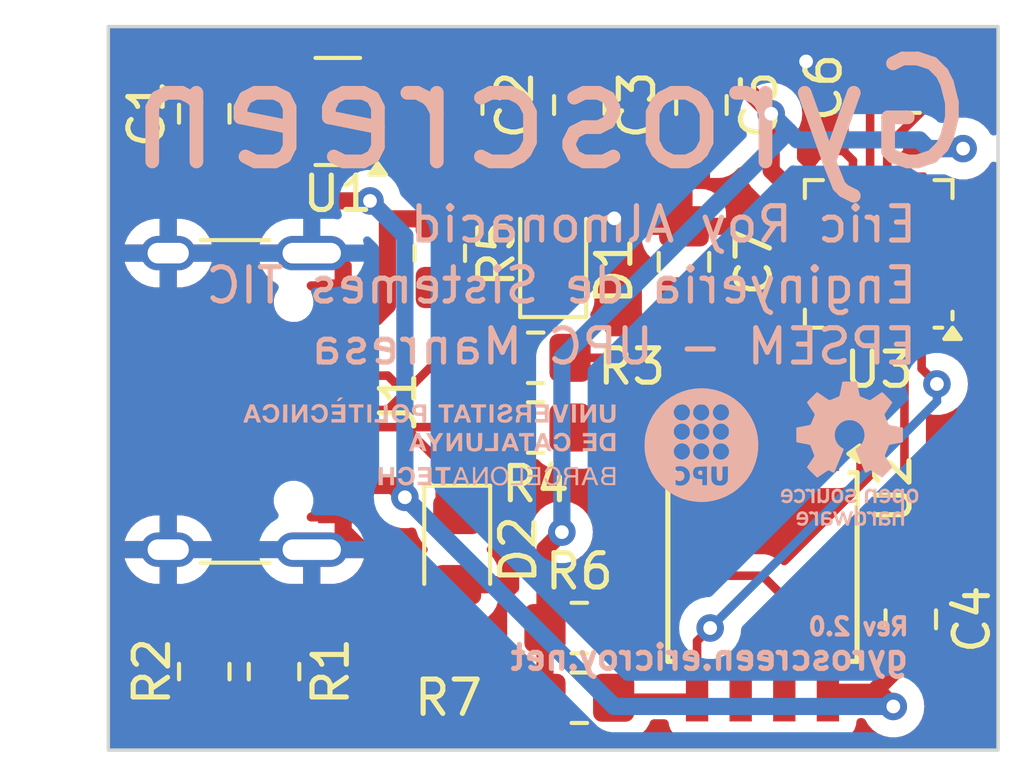
<source format=kicad_pcb>
(kicad_pcb (version 20240108) (generator "pcbnew") (generator_version "8.0")
  (title_block (title "Gyroscreen") (date "2024-03-17") (rev "2.0") (company "Eric Roy Almonacid") (comment 1 "EPSEM - UPC Manresa") (comment 2 "Enginyeria de Sistemes TIC") (comment 3 "Treball de Final de Grau"))
  (layers (0 "F.Cu" signal) (31 "B.Cu" signal) (34 "B.Paste" user) (35 "F.Paste" user) (36 "B.SilkS" user "B.Silkscreen") (37 "F.SilkS" user "F.Silkscreen") (38 "B.Mask" user) (39 "F.Mask" user) (44 "Edge.Cuts" user))
  (net 0 "")
  (net 1 "GND")
  (net 2 "VCC")
  (net 3 "+3V3")
  (net 4 "Net-(U3-REGOUT)")
  (net 5 "Net-(U3-CPOUT)")
  (net 6 "/USB_D_MINUS")
  (net 7 "/USB_D_PLUS")
  (net 8 "Net-(J1-CC2)")
  (net 10 "Net-(J1-CC1)")
  (net 12 "Net-(U2-XTAL1{slash}PB3)")
  (net 13 "Net-(U2-XTAL2{slash}PB4)")
  (net 14 "/MPU_SCL")
  (net 15 "/MPU_SDA")
  (footprint "Capacitor_SMD:C_0805_2012Metric_Pad1.18x1.45mm_HandSolder" (layer "F.Cu") (at 120.65 78.486 -90)
    (property "Reference" "C3" (at 0 -1.68 90) (layer "F.SilkS"))
    (property "Value" "0.1u")
    (pad "1" smd roundrect (at -1.0375 0 270) (size 1.175 1.45) (layers "F.Cu" "F.Paste" "F.Mask") (roundrect_rratio 0.212766) (net 3 "+3V3"))
    (pad "2" smd roundrect (at 1.0375 0 270) (size 1.175 1.45) (layers "F.Cu" "F.Paste" "F.Mask") (roundrect_rratio 0.212766) (net 1 "GND"))
  )
  (footprint "Sensor_Motion:InvenSense_QFN-24_4x4mm_P0.5mm" (layer "F.Cu") (at 129.368 82.824 180)
    (property "Reference" "U3" (at 0 -3.375 180) (layer "F.SilkS"))
    (property "Value" "MPU-6050")
    (pad "1" smd roundrect (at -1.95 -1.25 180) (size 0.85 0.3) (layers "F.Cu" "F.Paste" "F.Mask") (net 1 "GND"))
    (pad "2" smd roundrect (at -1.95 -0.75 180) (size 0.85 0.3) (layers "F.Cu" "F.Paste" "F.Mask"))
    (pad "3" smd roundrect (at -1.95 -0.25 180) (size 0.85 0.3) (layers "F.Cu" "F.Paste" "F.Mask"))
    (pad "4" smd roundrect (at -1.95 0.25 180) (size 0.85 0.3) (layers "F.Cu" "F.Paste" "F.Mask"))
    (pad "5" smd roundrect (at -1.95 0.75 180) (size 0.85 0.3) (layers "F.Cu" "F.Paste" "F.Mask"))
    (pad "6" smd roundrect (at -1.95 1.25 180) (size 0.85 0.3) (layers "F.Cu" "F.Paste" "F.Mask"))
    (pad "7" smd roundrect (at -1.25 1.95 270) (size 0.85 0.3) (layers "F.Cu" "F.Paste" "F.Mask"))
    (pad "8" smd roundrect (at -0.75 1.95 270) (size 0.85 0.3) (layers "F.Cu" "F.Paste" "F.Mask") (net 3 "+3V3"))
    (pad "9" smd roundrect (at -0.25 1.95 270) (size 0.85 0.3) (layers "F.Cu" "F.Paste" "F.Mask") (net 1 "GND"))
    (pad "10" smd roundrect (at 0.25 1.95 270) (size 0.85 0.3) (layers "F.Cu" "F.Paste" "F.Mask") (net 4 "Net-(U3-REGOUT)"))
    (pad "11" smd roundrect (at 0.75 1.95 270) (size 0.85 0.3) (layers "F.Cu" "F.Paste" "F.Mask") (net 1 "GND"))
    (pad "12" smd roundrect (at 1.25 1.95 270) (size 0.85 0.3) (layers "F.Cu" "F.Paste" "F.Mask"))
    (pad "13" smd roundrect (at 1.95 1.25 180) (size 0.85 0.3) (layers "F.Cu" "F.Paste" "F.Mask") (net 3 "+3V3"))
    (pad "14" smd roundrect (at 1.95 0.75 180) (size 0.85 0.3) (layers "F.Cu" "F.Paste" "F.Mask"))
    (pad "15" smd roundrect (at 1.95 0.25 180) (size 0.85 0.3) (layers "F.Cu" "F.Paste" "F.Mask"))
    (pad "16" smd roundrect (at 1.95 -0.25 180) (size 0.85 0.3) (layers "F.Cu" "F.Paste" "F.Mask"))
    (pad "17" smd roundrect (at 1.95 -0.75 180) (size 0.85 0.3) (layers "F.Cu" "F.Paste" "F.Mask"))
    (pad "18" smd roundrect (at 1.95 -1.25 180) (size 0.85 0.3) (layers "F.Cu" "F.Paste" "F.Mask") (net 1 "GND"))
    (pad "19" smd roundrect (at 1.25 -1.95 270) (size 0.85 0.3) (layers "F.Cu" "F.Paste" "F.Mask"))
    (pad "20" smd roundrect (at 0.75 -1.95 270) (size 0.85 0.3) (layers "F.Cu" "F.Paste" "F.Mask") (net 5 "Net-(U3-CPOUT)"))
    (pad "21" smd roundrect (at 0.25 -1.95 270) (size 0.85 0.3) (layers "F.Cu" "F.Paste" "F.Mask"))
    (pad "22" smd roundrect (at -0.25 -1.95 270) (size 0.85 0.3) (layers "F.Cu" "F.Paste" "F.Mask"))
    (pad "23" smd roundrect (at -0.75 -1.95 270) (size 0.85 0.3) (layers "F.Cu" "F.Paste" "F.Mask") (net 14 "/MPU_SCL"))
    (pad "24" smd roundrect (at -1.25 -1.95 270) (size 0.85 0.3) (layers "F.Cu" "F.Paste" "F.Mask") (net 15 "/MPU_SDA"))
    (zone (net 0) (net_name "") (layer "F.Cu") (connect_pads (clearance 0)) (min_thickness 0.254)
      (keepout (tracks not_allowed) (vias not_allowed) (pads not_allowed) (copperpour not_allowed) (footprints allowed))
      (fill (thermal_gap 0.508) (thermal_bridge_width 0.508))
      (polygon (pts (xy 130.743 84.149) (xy 127.993 84.149) (xy 127.993 81.499) (xy 130.743 81.499)))
    )
  )
  (footprint "Capacitor_SMD:C_0805_2012Metric_Pad1.18x1.45mm_HandSolder" (layer "F.Cu") (at 124.206 78.486 -90)
    (property "Reference" "C5" (at 0 -1.68 90) (layer "F.SilkS"))
    (property "Value" "0.1u")
    (pad "1" smd roundrect (at -1.0375 0 270) (size 1.175 1.45) (layers "F.Cu" "F.Paste" "F.Mask") (roundrect_rratio 0.212766) (net 3 "+3V3"))
    (pad "2" smd roundrect (at 1.0375 0 270) (size 1.175 1.45) (layers "F.Cu" "F.Paste" "F.Mask") (roundrect_rratio 0.212766) (net 1 "GND"))
  )
  (footprint "Diode_SMD:D_0805_2012Metric_Pad1.15x1.40mm_HandSolder" (layer "F.Cu") (at 119.888 82.804 90)
    (property "Reference" "D1" (at -0.508 1.778 -90) (layer "F.SilkS"))
    (property "Value" "3.3 Zener")
    (pad "1" smd roundrect (at -1.025 0 90) (size 1.15 1.4) (layers "F.Cu" "F.Paste" "F.Mask") (roundrect_rratio 0.217391) (net 6 "/USB_D_MINUS"))
    (pad "2" smd roundrect (at 1.025 0 90) (size 1.15 1.4) (layers "F.Cu" "F.Paste" "F.Mask") (roundrect_rratio 0.217391) (net 1 "GND"))
  )
  (footprint "Capacitor_SMD:C_0805_2012Metric_Pad1.18x1.45mm_HandSolder" (layer "F.Cu") (at 109.728 78.74 90)
    (property "Reference" "C1" (at 0 -1.68 -90) (layer "F.SilkS"))
    (property "Value" "4.7u")
    (pad "1" smd roundrect (at -1.0375 0 90) (size 1.175 1.45) (layers "F.Cu" "F.Paste" "F.Mask") (roundrect_rratio 0.212766) (net 2 "VCC"))
    (pad "2" smd roundrect (at 1.0375 0 90) (size 1.175 1.45) (layers "F.Cu" "F.Paste" "F.Mask") (roundrect_rratio 0.212766) (net 1 "GND"))
  )
  (footprint "Resistor_SMD:R_0805_2012Metric_Pad1.20x1.40mm_HandSolder" (layer "F.Cu") (at 120.65 95.758)
    (property "Reference" "R7" (at -3.81 0 0) (layer "F.SilkS"))
    (property "Value" "4.7k")
    (pad "1" smd roundrect (at -1 0) (size 1.2 1.4) (layers "F.Cu" "F.Paste" "F.Mask") (roundrect_rratio 0.208333) (net 3 "+3V3"))
    (pad "2" smd roundrect (at 1 0) (size 1.2 1.4) (layers "F.Cu" "F.Paste" "F.Mask") (roundrect_rratio 0.208333) (net 15 "/MPU_SDA"))
  )
  (footprint "Capacitor_SMD:C_0805_2012Metric_Pad1.18x1.45mm_HandSolder" (layer "F.Cu") (at 130.302 77.978)
    (property "Reference" "C6" (at -2.54 0 90) (layer "F.SilkS"))
    (property "Value" "0.1u")
    (pad "1" smd roundrect (at -1.0375 0) (size 1.175 1.45) (layers "F.Cu" "F.Paste" "F.Mask") (roundrect_rratio 0.212766) (net 4 "Net-(U3-REGOUT)"))
    (pad "2" smd roundrect (at 1.0375 0) (size 1.175 1.45) (layers "F.Cu" "F.Paste" "F.Mask") (roundrect_rratio 0.212766) (net 1 "GND"))
  )
  (footprint "Resistor_SMD:R_0805_2012Metric_Pad1.20x1.40mm_HandSolder" (layer "F.Cu") (at 111.76 94.996 -90)
    (property "Reference" "R1" (at 0 -1.65 90) (layer "F.SilkS"))
    (property "Value" "5.1k")
    (pad "1" smd roundrect (at -1 0 270) (size 1.2 1.4) (layers "F.Cu" "F.Paste" "F.Mask") (roundrect_rratio 0.208333) (net 8 "Net-(J1-CC2)"))
    (pad "2" smd roundrect (at 1 0 270) (size 1.2 1.4) (layers "F.Cu" "F.Paste" "F.Mask") (roundrect_rratio 0.208333) (net 1 "GND"))
  )
  (footprint "Capacitor_SMD:C_0805_2012Metric_Pad1.18x1.45mm_HandSolder" (layer "F.Cu") (at 123.698 83.058 90)
    (property "Reference" "C7" (at 0 2.032 -90) (layer "F.SilkS"))
    (property "Value" "2200p")
    (pad "1" smd roundrect (at -1.0375 0 90) (size 1.175 1.45) (layers "F.Cu" "F.Paste" "F.Mask") (roundrect_rratio 0.212766) (net 5 "Net-(U3-CPOUT)"))
    (pad "2" smd roundrect (at 1.0375 0 90) (size 1.175 1.45) (layers "F.Cu" "F.Paste" "F.Mask") (roundrect_rratio 0.212766) (net 1 "GND"))
  )
  (footprint "Resistor_SMD:R_0805_2012Metric_Pad1.20x1.40mm_HandSolder" (layer "F.Cu") (at 119.38 85.852 180)
    (property "Reference" "R3" (at -2.794 -0.254 180) (layer "F.SilkS"))
    (property "Value" "68")
    (pad "1" smd roundrect (at -1 0 180) (size 1.2 1.4) (layers "F.Cu" "F.Paste" "F.Mask") (roundrect_rratio 0.208333) (net 12 "Net-(U2-XTAL1{slash}PB3)"))
    (pad "2" smd roundrect (at 1 0 180) (size 1.2 1.4) (layers "F.Cu" "F.Paste" "F.Mask") (roundrect_rratio 0.208333) (net 6 "/USB_D_MINUS"))
  )
  (footprint "Capacitor_SMD:C_0805_2012Metric_Pad1.18x1.45mm_HandSolder" (layer "F.Cu") (at 117.094 78.486 -90)
    (property "Reference" "C2" (at 0 -1.68 90) (layer "F.SilkS"))
    (property "Value" "10u")
    (pad "1" smd roundrect (at -1.0375 0 270) (size 1.175 1.45) (layers "F.Cu" "F.Paste" "F.Mask") (roundrect_rratio 0.212766) (net 3 "+3V3"))
    (pad "2" smd roundrect (at 1.0375 0 270) (size 1.175 1.45) (layers "F.Cu" "F.Paste" "F.Mask") (roundrect_rratio 0.212766) (net 1 "GND"))
  )
  (footprint "Resistor_SMD:R_0805_2012Metric_Pad1.20x1.40mm_HandSolder" (layer "F.Cu") (at 116.586 82.804 -90)
    (property "Reference" "R5" (at 0 -1.65 90) (layer "F.SilkS"))
    (property "Value" "1.5K")
    (pad "1" smd roundrect (at -1 0 270) (size 1.2 1.4) (layers "F.Cu" "F.Paste" "F.Mask") (roundrect_rratio 0.208333) (net 2 "VCC"))
    (pad "2" smd roundrect (at 1 0 270) (size 1.2 1.4) (layers "F.Cu" "F.Paste" "F.Mask") (roundrect_rratio 0.208333) (net 6 "/USB_D_MINUS"))
  )
  (footprint "Diode_SMD:D_0805_2012Metric_Pad1.15x1.40mm_HandSolder" (layer "F.Cu") (at 117.094 91.44 -90)
    (property "Reference" "D2" (at 0 -1.778 90) (layer "F.SilkS"))
    (property "Value" "3.3 Zener")
    (pad "1" smd roundrect (at -1.025 0 270) (size 1.15 1.4) (layers "F.Cu" "F.Paste" "F.Mask") (roundrect_rratio 0.217391) (net 7 "/USB_D_PLUS"))
    (pad "2" smd roundrect (at 1.025 0 270) (size 1.15 1.4) (layers "F.Cu" "F.Paste" "F.Mask") (roundrect_rratio 0.217391) (net 1 "GND"))
  )
  (footprint "Resistor_SMD:R_0805_2012Metric_Pad1.20x1.40mm_HandSolder" (layer "F.Cu") (at 109.728 94.996 -90)
    (property "Reference" "R2" (at 0 1.524 -90) (layer "F.SilkS"))
    (property "Value" "5.1k")
    (pad "1" smd roundrect (at -1 0 270) (size 1.2 1.4) (layers "F.Cu" "F.Paste" "F.Mask") (roundrect_rratio 0.208333) (net 10 "Net-(J1-CC1)"))
    (pad "2" smd roundrect (at 1 0 270) (size 1.2 1.4) (layers "F.Cu" "F.Paste" "F.Mask") (roundrect_rratio 0.208333) (net 1 "GND"))
  )
  (footprint "Connector_USB:USB_C_Receptacle_HRO_TYPE-C-31-M-12" (layer "F.Cu") (at 109.728 87.122 -90)
    (property "Reference" "J1" (at 0 -5.645 90) (layer "F.SilkS"))
    (property "Value" "USB C 2.0 Receptacle")
    (pad "" np_thru_hole circle (at -2.89 -2.6 270) (size 0.65 0.65) (drill 0.65) (layers "*.Cu" "*.Mask"))
    (pad "" np_thru_hole circle (at 2.89 -2.6 270) (size 0.65 0.65) (drill 0.65) (layers "*.Cu" "*.Mask"))
    (pad "A1" smd rect (at -3.25 -4.045 270) (size 0.6 1.45) (layers "F.Cu" "F.Paste" "F.Mask") (net 1 "GND"))
    (pad "A4" smd rect (at -2.45 -4.045 270) (size 0.6 1.45) (layers "F.Cu" "F.Paste" "F.Mask") (net 2 "VCC"))
    (pad "A5" smd rect (at -1.25 -4.045 270) (size 0.3 1.45) (layers "F.Cu" "F.Paste" "F.Mask") (net 10 "Net-(J1-CC1)"))
    (pad "A6" smd rect (at -0.25 -4.045 270) (size 0.3 1.45) (layers "F.Cu" "F.Paste" "F.Mask") (net 7 "/USB_D_PLUS"))
    (pad "A7" smd rect (at 0.25 -4.045 270) (size 0.3 1.45) (layers "F.Cu" "F.Paste" "F.Mask") (net 6 "/USB_D_MINUS"))
    (pad "A8" smd rect (at 1.25 -4.045 270) (size 0.3 1.45) (layers "F.Cu" "F.Paste" "F.Mask"))
    (pad "A9" smd rect (at 2.45 -4.045 270) (size 0.6 1.45) (layers "F.Cu" "F.Paste" "F.Mask") (net 2 "VCC"))
    (pad "A12" smd rect (at 3.25 -4.045 270) (size 0.6 1.45) (layers "F.Cu" "F.Paste" "F.Mask") (net 1 "GND"))
    (pad "B1" smd rect (at 3.25 -4.045 270) (size 0.6 1.45) (layers "F.Cu" "F.Paste" "F.Mask") (net 1 "GND"))
    (pad "B4" smd rect (at 2.45 -4.045 270) (size 0.6 1.45) (layers "F.Cu" "F.Paste" "F.Mask") (net 2 "VCC"))
    (pad "B5" smd rect (at 1.75 -4.045 270) (size 0.3 1.45) (layers "F.Cu" "F.Paste" "F.Mask") (net 8 "Net-(J1-CC2)"))
    (pad "B6" smd rect (at 0.75 -4.045 270) (size 0.3 1.45) (layers "F.Cu" "F.Paste" "F.Mask") (net 7 "/USB_D_PLUS"))
    (pad "B7" smd rect (at -0.75 -4.045 270) (size 0.3 1.45) (layers "F.Cu" "F.Paste" "F.Mask") (net 6 "/USB_D_MINUS"))
    (pad "B8" smd rect (at -1.75 -4.045 270) (size 0.3 1.45) (layers "F.Cu" "F.Paste" "F.Mask"))
    (pad "B9" smd rect (at -2.45 -4.045 270) (size 0.6 1.45) (layers "F.Cu" "F.Paste" "F.Mask") (net 2 "VCC"))
    (pad "B12" smd rect (at -3.25 -4.045 270) (size 0.6 1.45) (layers "F.Cu" "F.Paste" "F.Mask") (net 1 "GND"))
    (pad "S1" thru_hole oval (at -4.32 -3.13 270) (size 1 2.1) (drill oval 0.6 1.7) (layers "*.Cu" "*.Mask") (net 1 "GND"))
    (pad "S1" thru_hole oval (at -4.32 1.05 270) (size 1 1.6) (drill oval 0.6 1.2) (layers "*.Cu" "*.Mask") (net 1 "GND"))
    (pad "S1" thru_hole oval (at 4.32 -3.13 270) (size 1 2.1) (drill oval 0.6 1.7) (layers "*.Cu" "*.Mask") (net 1 "GND"))
    (pad "S1" thru_hole oval (at 4.32 1.05 270) (size 1 1.6) (drill oval 0.6 1.2) (layers "*.Cu" "*.Mask") (net 1 "GND"))
  )
  (footprint "Resistor_SMD:R_0805_2012Metric_Pad1.20x1.40mm_HandSolder" (layer "F.Cu") (at 120.65 93.726)
    (property "Reference" "R6" (at 0 -1.65 0) (layer "F.SilkS"))
    (property "Value" "4.7k")
    (pad "1" smd roundrect (at -1 0) (size 1.2 1.4) (layers "F.Cu" "F.Paste" "F.Mask") (roundrect_rratio 0.208333) (net 3 "+3V3"))
    (pad "2" smd roundrect (at 1 0) (size 1.2 1.4) (layers "F.Cu" "F.Paste" "F.Mask") (roundrect_rratio 0.208333) (net 14 "/MPU_SCL"))
  )
  (footprint "Capacitor_SMD:C_0805_2012Metric_Pad1.18x1.45mm_HandSolder" (layer "F.Cu") (at 130.302 93.472 90)
    (property "Reference" "C4" (at 0 1.778 -90) (layer "F.SilkS"))
    (property "Value" "10u")
    (pad "1" smd roundrect (at -1.0375 0 90) (size 1.175 1.45) (layers "F.Cu" "F.Paste" "F.Mask") (roundrect_rratio 0.212766) (net 2 "VCC"))
    (pad "2" smd roundrect (at 1.0375 0 90) (size 1.175 1.45) (layers "F.Cu" "F.Paste" "F.Mask") (roundrect_rratio 0.212766) (net 1 "GND"))
  )
  (footprint "Resistor_SMD:R_0805_2012Metric_Pad1.20x1.40mm_HandSolder" (layer "F.Cu") (at 119.38 87.884 180)
    (property "Reference" "R4" (at 0 -1.65 180) (layer "F.SilkS"))
    (property "Value" "68")
    (pad "1" smd roundrect (at -1 0 180) (size 1.2 1.4) (layers "F.Cu" "F.Paste" "F.Mask") (roundrect_rratio 0.208333) (net 13 "Net-(U2-XTAL2{slash}PB4)"))
    (pad "2" smd roundrect (at 1 0 180) (size 1.2 1.4) (layers "F.Cu" "F.Paste" "F.Mask") (roundrect_rratio 0.208333) (net 7 "/USB_D_PLUS"))
  )
  (footprint "Package_TO_SOT_SMD:SOT-23" (layer "F.Cu") (at 113.6165 78.674 180)
    (property "Reference" "U1" (at 0 -2.4 180) (layer "F.SilkS"))
    (property "Value" "MCP1703Ax-330xxTT")
    (pad "1" smd roundrect (at -0.9375 -0.95 180) (size 1.475 0.6) (layers "F.Cu" "F.Paste" "F.Mask") (net 1 "GND"))
    (pad "2" smd roundrect (at -0.9375 0.95 180) (size 1.475 0.6) (layers "F.Cu" "F.Paste" "F.Mask") (net 3 "+3V3"))
    (pad "3" smd roundrect (at 0.9375 0 180) (size 1.475 0.6) (layers "F.Cu" "F.Paste" "F.Mask") (net 2 "VCC"))
  )
  (footprint "Package_SO:SOIC-8W_5.3x5.3mm_P1.27mm" (layer "F.Cu") (at 125.984 91.948 -90)
    (property "Reference" "U2" (at -2.286 -3.81 90) (layer "F.SilkS"))
    (property "Value" "ATtiny85-20S")
    (pad "1" smd rect (at -3.65 -1.905 270) (size 1.7 0.65) (layers "F.Cu" "F.Paste" "F.Mask"))
    (pad "2" smd rect (at -3.65 -0.635 270) (size 1.7 0.65) (layers "F.Cu" "F.Paste" "F.Mask") (net 12 "Net-(U2-XTAL1{slash}PB3)"))
    (pad "3" smd rect (at -3.65 0.635 270) (size 1.7 0.65) (layers "F.Cu" "F.Paste" "F.Mask") (net 13 "Net-(U2-XTAL2{slash}PB4)"))
    (pad "4" smd rect (at -3.65 1.905 270) (size 1.7 0.65) (layers "F.Cu" "F.Paste" "F.Mask") (net 1 "GND"))
    (pad "5" smd rect (at 3.65 1.905 270) (size 1.7 0.65) (layers "F.Cu" "F.Paste" "F.Mask") (net 15 "/MPU_SDA"))
    (pad "6" smd rect (at 3.65 0.635 270) (size 1.7 0.65) (layers "F.Cu" "F.Paste" "F.Mask"))
    (pad "7" smd rect (at 3.65 -0.635 270) (size 1.7 0.65) (layers "F.Cu" "F.Paste" "F.Mask") (net 14 "/MPU_SCL"))
    (pad "8" smd rect (at 3.65 -1.905 270) (size 1.7 0.65) (layers "F.Cu" "F.Paste" "F.Mask") (net 2 "VCC"))
  )
  (footprint "LOGO" (layer "B.Cu") (at 128.524 88.646 180)
    (property "Reference" "G***" (hide yes))
    (property "Value" "LOGO" (hide yes))
  )
  (footprint "LOGO" (layer "B.Cu") (at 118.364 88.392 180)
    (property "Reference" "G***" (hide yes))
    (property "Value" "LOGO" (hide yes))
  )
  (gr_line (start 106.934 76.2) (end 132.842 76.2) (stroke (width 0.1)) (layer "Edge.Cuts"))
  (gr_line (start 106.934 97.282) (end 106.934 76.2) (stroke (width 0.1)) (layer "Edge.Cuts"))
  (gr_line (start 132.842 97.282) (end 106.934 97.282) (stroke (width 0.1)) (layer "Edge.Cuts"))
  (gr_line (start 132.842 76.2) (end 132.842 97.282) (stroke (width 0.1)) (layer "Edge.Cuts"))
  (gr_text "Eric Roy Almonacid" (at 130.556 82.55 0) (layer "B.SilkS") (effects (font (size 1 1)) (justify left bottom mirror)))
  (gr_text "EPSEM - UPC Manresa" (at 130.556 86.106 0) (layer "B.SilkS") (effects (font (size 1 1)) (justify left bottom mirror)))
  (gr_text "Rev 2.0" (at 130.302 93.98 0) (layer "B.SilkS") (effects (font (size 0.5 0.5) (thickness 0.125)) (justify left bottom mirror)))
  (gr_text "Gyroscreen" (at 132.334 80.518 0) (layer "B.SilkS") (effects (font (size 3 3) (thickness 0.4)) (justify left bottom mirror)))
  (gr_text "Enginyeria de Sistemes TIC" (at 130.556 84.328 0) (layer "B.SilkS") (effects (font (size 1 1)) (justify left bottom mirror)))
  (gr_text "gyroscreen.ericroy.net" (at 130.302 94.996 0) (layer "B.SilkS") (effects (font (size 0.7 0.7)) (justify left bottom mirror)))
  (segment (start 132.08 84.074) (end 132.334 84.328) (width 0.25) (layer "F.Cu") (net 1))
  (segment (start 129.618 79.678) (end 131.318 77.978) (width 0.25) (layer "F.Cu") (net 1))
  (segment (start 131.826 84.582) (end 132.08 84.836) (width 0.25) (layer "F.Cu") (net 1))
  (segment (start 113.773 90.913) (end 114.3 91.44) (width 0.5) (layer "F.Cu") (net 1))
  (segment (start 131.318 77.978) (end 131.3395 77.978) (width 0.25) (layer "F.Cu") (net 1))
  (segment (start 131.318 84.074) (end 132.08 84.074) (width 0.25) (layer "F.Cu") (net 1))
  (segment (start 131.318 84.074) (end 131.826 84.582) (width 0.25) (layer "F.Cu") (net 1))
  (segment (start 128.618 80.104) (end 128.27 79.756) (width 0.25) (layer "F.Cu") (net 1))
  (segment (start 113.773 90.372) (end 113.773 90.913) (width 0.5) (layer "F.Cu") (net 1))
  (segment (start 128.618 80.874) (end 128.618 80.104) (width 0.25) (layer "F.Cu") (net 1))
  (segment (start 129.618 80.874) (end 129.618 79.678) (width 0.25) (layer "F.Cu") (net 1))
  (segment (start 127.418 84.074) (end 125.984 84.074) (width 0.25) (layer "F.Cu") (net 1))
  (via (at 121.666 81.788) (size 0.8) (drill 0.4) (layers "F.Cu" "B.Cu") (net 1))
  (via (at 127.254 77.216) (size 0.8) (drill 0.4) (layers "F.Cu" "B.Cu") (net 1))
  (segment (start 111.5755 80.5875) (end 111.5755 79.7775) (width 0.5) (layer "F.Cu") (net 2))
  (segment (start 115.57 89.916) (end 115.226 89.572) (width 0.5) (layer "F.Cu") (net 2))
  (segment (start 129.2135 95.598) (end 129.38 95.598) (width 0.5) (layer "F.Cu") (net 2))
  (segment (start 115.062 84.328) (end 115.062 81.788) (width 0.5) (layer "F.Cu") (net 2))
  (segment (start 115.078 81.804) (end 115.062 81.788) (width 0.25) (layer "F.Cu") (net 2))
  (segment (start 114.718 84.672) (end 115.062 84.328) (width 0.5) (layer "F.Cu") (net 2))
  (segment (start 129.2135 95.598) (end 130.302 94.5095) (width 0.5) (layer "F.Cu") (net 2))
  (segment (start 109.728 79.7775) (end 111.5755 79.7775) (width 0.5) (layer "F.Cu") (net 2))
  (segment (start 113.773 84.672) (end 114.718 84.672) (width 0.5) (layer "F.Cu") (net 2))
  (segment (start 127.889 95.598) (end 129.2135 95.598) (width 0.5) (layer "F.Cu") (net 2))
  (segment (start 115.062 81.788) (end 114.554 81.28) (width 0.5) (layer "F.Cu") (net 2))
  (segment (start 129.38 95.598) (end 129.794 96.012) (width 0.5) (layer "F.Cu") (net 2))
  (segment (start 116.586 81.804) (end 115.078 81.804) (width 0.5) (layer "F.Cu") (net 2))
  (segment (start 112.268 81.28) (end 111.5755 80.5875) (width 0.5) (layer "F.Cu") (net 2))
  (segment (start 115.226 89.572) (end 113.773 89.572) (width 0.5) (layer "F.Cu") (net 2))
  (segment (start 111.5755 79.7775) (end 112.679 78.674) (width 0.5) (layer "F.Cu") (net 2))
  (segment (start 114.554 81.28) (end 112.268 81.28) (width 0.5) (layer "F.Cu") (net 2))
  (via (at 129.794 96.012) (size 0.8) (drill 0.4) (layers "F.Cu" "B.Cu") (net 2))
  (via (at 115.57 89.916) (size 0.8) (drill 0.4) (layers "F.Cu" "B.Cu") (net 2))
  (via (at 114.554 81.28) (size 0.8) (drill 0.4) (layers "F.Cu" "B.Cu") (net 2))
  (segment (start 114.554 81.28) (end 115.57 82.296) (width 0.5) (layer "B.Cu") (net 2))
  (segment (start 115.57 82.296) (end 115.57 89.916) (width 0.5) (layer "B.Cu") (net 2))
  (segment (start 121.666 96.012) (end 115.57 89.916) (width 0.5) (layer "B.Cu") (net 2))
  (segment (start 129.794 96.012) (end 121.666 96.012) (width 0.5) (layer "B.Cu") (net 2))
  (segment (start 119.65 91.424) (end 119.65 93.726) (width 0.5) (layer "F.Cu") (net 3))
  (segment (start 120.65 77.4485) (end 124.206 77.4485) (width 0.5) (layer "F.Cu") (net 3))
  (segment (start 119.65 95.758) (end 119.65 93.726) (width 0.5) (layer "F.Cu") (net 3))
  (segment (start 131.826 79.756) (end 130.353172 79.756) (width 0.5) (layer "F.Cu") (net 3))
  (segment (start 117.094 77.4485) (end 120.65 77.4485) (width 0.5) (layer "F.Cu") (net 3))
  (segment (start 126.238 80.394) (end 127.318 81.474) (width 0.5) (layer "F.Cu") (net 3))
  (segment (start 130.118 80.874) (end 130.118 79.94) (width 0.25) (layer "F.Cu") (net 3))
  (segment (start 116.8185 77.724) (end 117.094 77.4485) (width 0.25) (layer "F.Cu") (net 3))
  (segment (start 127.318 81.474) (end 127.418 81.474) (width 0.5) (layer "F.Cu") (net 3))
  (segment (start 130.118 79.94) (end 130.302 79.756) (width 0.25) (layer "F.Cu") (net 3))
  (segment (start 126.238 78.74) (end 126.238 80.394) (width 0.5) (layer "F.Cu") (net 3))
  (segment (start 124.206 77.4485) (end 124.9465 77.4485) (width 0.5) (layer "F.Cu") (net 3))
  (segment (start 130.353172 79.756) (end 130.327586 79.781586) (width 0.5) (layer "F.Cu") (net 3))
  (segment (start 120.142 90.932) (end 119.65 91.424) (width 0.5) (layer "F.Cu") (net 3))
  (segment (start 114.554 77.724) (end 116.8185 77.724) (width 0.5) (layer "F.Cu") (net 3))
  (segment (start 124.9465 77.4485) (end 126.238 78.74) (width 0.5) (layer "F.Cu") (net 3))
  (via (at 126.238 78.74) (size 0.8) (drill 0.4) (layers "F.Cu" "B.Cu") (net 3))
  (via (at 120.142 90.932) (size 0.8) (drill 0.4) (layers "F.Cu" "B.Cu") (net 3))
  (via (at 131.826 79.756) (size 0.8) (drill 0.4) (layers "F.Cu" "B.Cu") (net 3))
  (segment (start 131.826 79.756) (end 130.81 79.756) (width 0.5) (layer "B.Cu") (net 3))
  (segment (start 126.746 79.248) (end 126.238 78.74) (width 0.5) (layer "B.Cu") (net 3))
  (segment (start 127 79.502) (end 126.746 79.248) (width 0.5) (layer "B.Cu") (net 3))
  (segment (start 130.81 79.756) (end 130.556 79.502) (width 0.5) (layer "B.Cu") (net 3))
  (segment (start 120.142 85.852) (end 120.142 90.932) (width 0.5) (layer "B.Cu") (net 3))
  (segment (start 130.556 79.502) (end 127 79.502) (width 0.5) (layer "B.Cu") (net 3))
  (segment (start 126.746 79.248) (end 120.142 85.852) (width 0.5) (layer "B.Cu") (net 3))
  (segment (start 129.302 78.0155) (end 129.2645 77.978) (width 0.25) (layer "F.Cu") (net 4))
  (segment (start 129.2645 77.978) (end 129.118 78.1245) (width 0.25) (layer "F.Cu") (net 4))
  (segment (start 129.118 78.1245) (end 129.118 80.874) (width 0.25) (layer "F.Cu") (net 4))
  (segment (start 123.698 84.582) (end 124.206 85.09) (width 0.25) (layer "F.Cu") (net 5))
  (segment (start 126.238 85.09) (end 127.254 86.106) (width 0.25) (layer "F.Cu") (net 5))
  (segment (start 128.618 85.758) (end 128.618 84.774) (width 0.25) (layer "F.Cu") (net 5))
  (segment (start 124.206 85.09) (end 126.238 85.09) (width 0.25) (layer "F.Cu") (net 5))
  (segment (start 123.698 84.0955) (end 123.698 84.582) (width 0.25) (layer "F.Cu") (net 5))
  (segment (start 128.27 86.106) (end 128.618 85.758) (width 0.25) (layer "F.Cu") (net 5))
  (segment (start 127.254 86.106) (end 128.27 86.106) (width 0.25) (layer "F.Cu") (net 5))
  (segment (start 116.586 83.804) (end 116.586 85.852) (width 0.25) (layer "F.Cu") (net 6))
  (segment (start 116.332 86.106) (end 116.586 85.852) (width 0.25) (layer "F.Cu") (net 6))
  (segment (start 115.074 86.372) (end 115.57 86.868) (width 0.25) (layer "F.Cu") (net 6))
  (segment (start 115.066 87.372) (end 115.57 86.868) (width 0.25) (layer "F.Cu") (net 6))
  (segment (start 118.38 85.852) (end 118.38 85.337) (width 0.25) (layer "F.Cu") (net 6))
  (segment (start 118.38 85.337) (end 119.888 83.829) (width 0.25) (layer "F.Cu") (net 6))
  (segment (start 113.773 86.372) (end 115.074 86.372) (width 0.25) (layer "F.Cu") (net 6))
  (segment (start 113.773 87.372) (end 115.066 87.372) (width 0.25) (layer "F.Cu") (net 6))
  (segment (start 115.57 86.868) (end 116.332 86.106) (width 0.25) (layer "F.Cu") (net 6))
  (segment (start 116.586 85.852) (end 118.38 85.852) (width 0.25) (layer "F.Cu") (net 6))
  (segment (start 112.268 87.63) (end 112.268 87.352) (width 0.25) (layer "F.Cu") (net 7))
  (segment (start 116.586 88.888) (end 115.57 87.872) (width 0.25) (layer "F.Cu") (net 7))
  (segment (start 113.773 87.872) (end 115.57 87.872) (width 0.25) (layer "F.Cu") (net 7))
  (segment (start 118.368 87.872) (end 118.38 87.884) (width 0.25) (layer "F.Cu") (net 7))
  (segment (start 113.773 87.872) (end 112.51 87.872) (width 0.25) (layer "F.Cu") (net 7))
  (segment (start 112.268 87.352) (end 112.748 86.872) (width 0.25) (layer "F.Cu") (net 7))
  (segment (start 112.748 86.872) (end 113.773 86.872) (width 0.25) (layer "F.Cu") (net 7))
  (segment (start 115.57 87.872) (end 118.368 87.872) (width 0.25) (layer "F.Cu") (net 7))
  (segment (start 112.51 87.872) (end 112.268 87.63) (width 0.25) (layer "F.Cu") (net 7))
  (segment (start 116.586 90.415) (end 116.586 88.888) (width 0.25) (layer "F.Cu") (net 7))
  (segment (start 110.998 92.456) (end 111.76 93.218) (width 0.25) (layer "F.Cu") (net 8))
  (segment (start 111.76 93.218) (end 111.76 93.996) (width 0.25) (layer "F.Cu") (net 8))
  (segment (start 110.998 89.408) (end 110.998 92.456) (width 0.25) (layer "F.Cu") (net 8))
  (segment (start 111.534 88.872) (end 110.998 89.408) (width 0.25) (layer "F.Cu") (net 8))
  (segment (start 113.773 88.872) (end 111.534 88.872) (width 0.25) (layer "F.Cu") (net 8))
  (segment (start 111.74 85.872) (end 110.236 87.376) (width 0.25) (layer "F.Cu") (net 10))
  (segment (start 109.728 92.71) (end 109.728 93.996) (width 0.25) (layer "F.Cu") (net 10))
  (segment (start 113.773 85.872) (end 111.74 85.872) (width 0.25) (layer "F.Cu") (net 10))
  (segment (start 110.236 87.376) (end 110.236 92.202) (width 0.25) (layer "F.Cu") (net 10))
  (segment (start 110.236 92.202) (end 109.728 92.71) (width 0.25) (layer "F.Cu") (net 10))
  (segment (start 120.38 85.852) (end 125.476 85.852) (width 0.25) (layer "F.Cu") (net 12))
  (segment (start 126.619 86.995) (end 126.619 88.298) (width 0.25) (layer "F.Cu") (net 12))
  (segment (start 125.476 85.852) (end 126.619 86.995) (width 0.25) (layer "F.Cu") (net 12))
  (segment (start 124.19 86.614) (end 125.349 87.773) (width 0.25) (layer "F.Cu") (net 13))
  (segment (start 120.38 87.884) (end 121.158 87.884) (width 0.25) (layer "F.Cu") (net 13))
  (segment (start 121.158 87.884) (end 122.428 86.614) (width 0.25) (layer "F.Cu") (net 13))
  (segment (start 122.428 86.614) (end 124.19 86.614) (width 0.25) (layer "F.Cu") (net 13))
  (segment (start 125.349 87.773) (end 125.349 88.298) (width 0.25) (layer "F.Cu") (net 13))
  (segment (start 130.118 84.774) (end 130.118 89.338) (width 0.25) (layer "F.Cu") (net 14))
  (segment (start 130.118 89.338) (end 126.619 92.837) (width 0.25) (layer "F.Cu") (net 14))
  (segment (start 122.428 93.726) (end 123.952 92.202) (width 0.25) (layer "F.Cu") (net 14))
  (segment (start 121.65 93.726) (end 122.428 93.726) (width 0.25) (layer "F.Cu") (net 14))
  (segment (start 126.619 92.837) (end 126.619 95.598) (width 0.25) (layer "F.Cu") (net 14))
  (segment (start 125.984 92.202) (end 126.619 92.837) (width 0.25) (layer "F.Cu") (net 14))
  (segment (start 123.952 92.202) (end 125.984 92.202) (width 0.25) (layer "F.Cu") (net 14))
  (segment (start 123.919 95.758) (end 124.079 95.598) (width 0.25) (layer "F.Cu") (net 15))
  (segment (start 121.65 95.758) (end 123.919 95.758) (width 0.25) (layer "F.Cu") (net 15))
  (segment (start 124.079 94.107) (end 124.46 93.726) (width 0.25) (layer "F.Cu") (net 15))
  (segment (start 124.079 95.598) (end 124.079 94.107) (width 0.25) (layer "F.Cu") (net 15))
  (segment (start 130.618 86.168) (end 131.064 86.614) (width 0.25) (layer "F.Cu") (net 15))
  (segment (start 130.618 84.774) (end 130.618 86.168) (width 0.25) (layer "F.Cu") (net 15))
  (via (at 131.064 86.614) (size 0.8) (drill 0.4) (layers "F.Cu" "B.Cu") (net 15))
  (via (at 124.46 93.726) (size 0.8) (drill 0.4) (layers "F.Cu" "B.Cu") (net 15))
  (segment (start 131.064 87.122) (end 124.46 93.726) (width 0.25) (layer "B.Cu") (net 15))
  (segment (start 131.064 86.614) (end 131.064 87.122) (width 0.25) (layer "B.Cu") (net 15))
  (zone (net 1) (net_name "GND") (layers "F&B.Cu") (connect_pads (clearance 0.5)) (min_thickness 0.25) (fill yes (thermal_gap 0.5) (thermal_bridge_width 0.5))
    (polygon (pts (xy 106.934 76.2) (xy 132.842 76.2) (xy 132.842 97.282) (xy 106.934 97.282)))
  )
)
</source>
